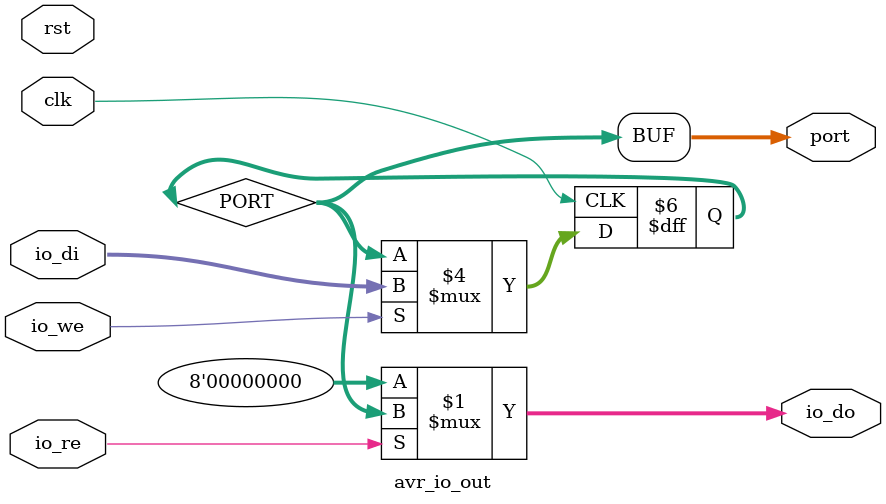
<source format=v>
/*****************************************************************************/
/* avr_io_out.v								     */
/* * * * * * * * * * * * * * * * * * * * * * * * * * * * * * * * * * * * * * */
/* (c) 2019-2020; Andras Pal <apal@szofi.net>				     */
/*****************************************************************************/

module avr_io_out
 (	input clk,
	input rst,

	input io_re,
	input io_we,
	output [7:0] io_do,
	input [7:0] io_di,

	output [7:0] port
 );

reg [7:0] PORT = 0;

assign port = PORT; 

assign io_do = io_re ? PORT : 8'b00000000;

always @(posedge clk) begin

	if (io_we) begin
		PORT <= io_di;
	end

end


/*****************************************************************************/
/* Debug section starts here */

/* end of debug section */
/*****************************************************************************/

endmodule

/*****************************************************************************/

</source>
